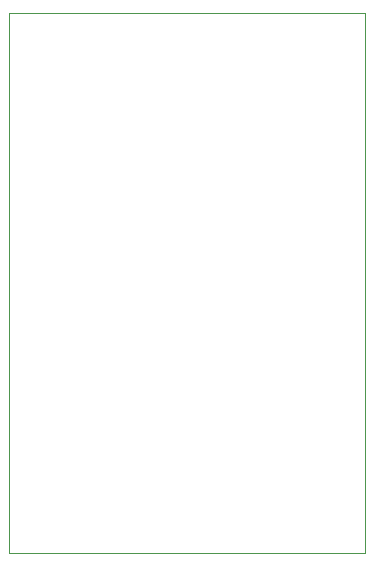
<source format=gbr>
%FSLAX23Y23*%
%MOMM*%
%AMPASTFTDEUX*
20,1,$5,$1+$3,$2-$4,$1-$3,$2+$4,0*
20,1,$5,$1+$3,$2+$4,$1-$3,$2-$4,0*%
%ADD10C,0.8*%
%ADD11C,0.7*%
%ADD12R,5.4X2.2*%
%ADD13R,2.3X2.3*%
%ADD14PASTFTDEUX,0X0X1.21X1.21X0.3*%
%ADD15C,2.3*%
%ADD16PASTFTDEUX,0X0X0.82X0.82X0.3*%
%ADD17R,2.4X2.4*%
%ADD18C,2.4*%
%ADD19PASTFTDEUX,0X0X0.85X0.85X0.3*%
%ADD20C,0.9*%
%ADD21C,0.4*%
%ADD22C,0.3*%
%ADD23R,5X1.8*%
%ADD24C,0.2*%
%ADD25C,0.1*%
%ADD26R,1.9X1.9*%
%ADD27C,1*%
%ADD28C,1.9*%
%ADD29R,1.7X1.3*%
%ADD30R,1X1.25*%
%ADD31R,1X1.3*%
%ADD32R,1.3X1*%
%ADD33R,2X2*%
%ADD34C,2*%
%ADD35R,1.25X1*%
%ADD36R,0.4X0.9*%
%ADD37R,2.2X0.7*%
%ADD38C,0.5*%
%ADD39C,0.05*%
%LPD*%
G54D39*
X0Y45720D02*
X0Y0D01*
G54D39*
X0Y0D02*
X30160Y0D01*
G54D39*
X30160Y45720D02*
X30160Y0D01*
G54D39*
X0Y45720D02*
X30160Y45720D01*
M02*

</source>
